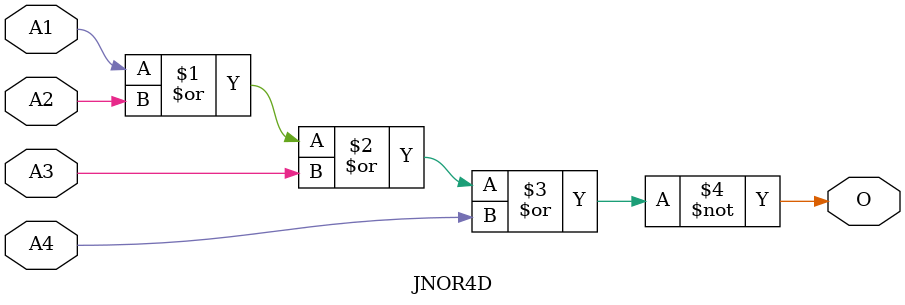
<source format=v>
module JNOR4D(A1, A2, A3, A4, O);
input   A1;
input   A2;
input   A3;
input   A4;
output  O;
nor g0(O, A1, A2, A3, A4);
endmodule
</source>
